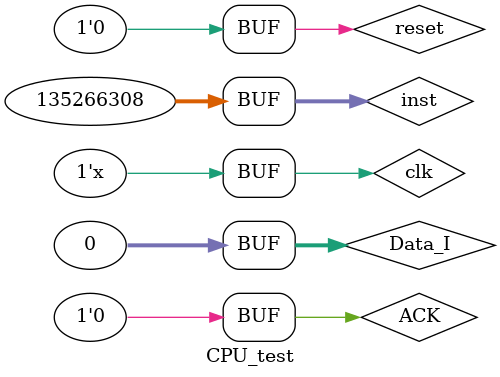
<source format=v>
`timescale 1ns / 1ps


module CPU_test;

	// Inputs
	reg clk;
	reg reset;
	reg [31:0] inst;
	reg [31:0] Data_I;
	reg ACK;

	// Outputs
	wire [31:0] pc;
	wire [31:0] Addr;
	wire [31:0] Data_O;
	wire WE;
	wire STB;
    wire [31: 0] debug_next_pc;

	// Instantiate the Unit Under Test (UUT)
	CPU uut (
		.clk(clk), 
		.reset(reset), 
		.pc(pc), 
		.inst(inst), 
		.Addr(Addr), 
		.Data_I(Data_I), 
		.Data_O(Data_O), 
		.WE(WE), 
		.ACK(ACK), 
		.STB(STB),
        .debug_next_pc(debug_next_pc)
	);

	initial begin
		// Initialize Inputs
		clk = 0;
		reset = 1;
		inst = 0;
		Data_I = 0;
		ACK = 0;

		// Wait 100 ns for global reset to finish
		#100;
        
		// Add stimulus here
        reset = 0;
        #50 inst = 32'h00008020;
        #50 inst = 32'h3c101000;
        #50 inst = 32'h20111234;
        #50 inst = 32'hae110000;
            ACK = 1;
        #50 inst = 32'h08100004;
            ACK = 0;
	end

    always begin
        #25 clk = ~clk;
    end
      
endmodule


</source>
